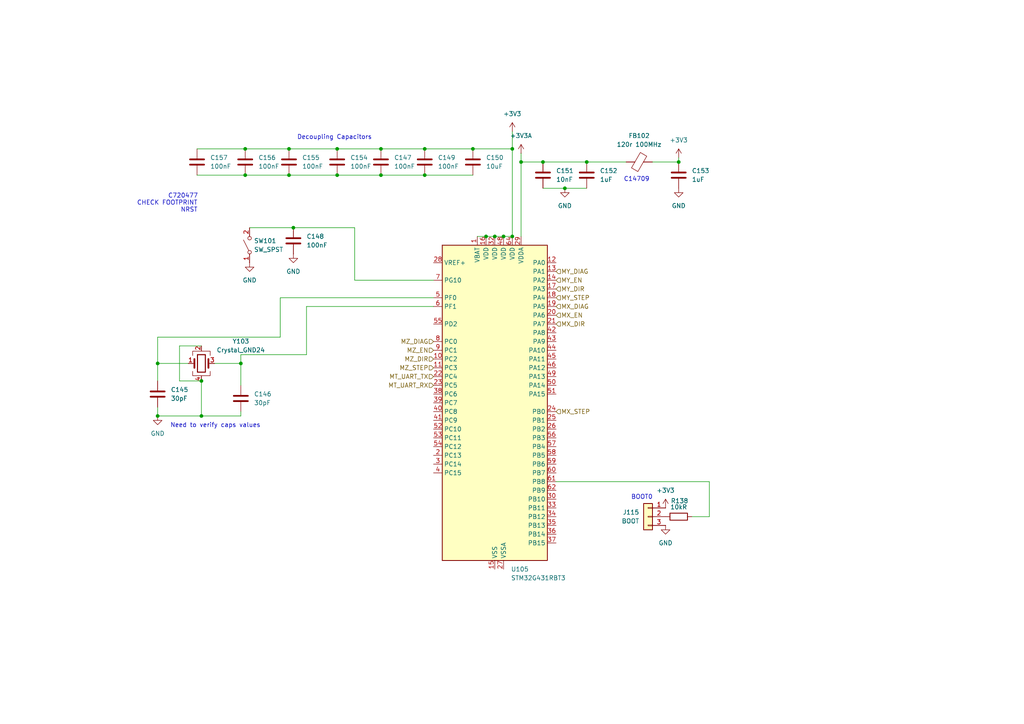
<source format=kicad_sch>
(kicad_sch (version 20250114) (generator "eeschema") (generator_version "9.0")
  (paper "A4")
  (lib_symbols
    (symbol "Connector_Generic:Conn_01x03" (pin_names (offset 1.016) (hide yes))
      (property "Reference" "J" (at 0 5.08 0))
      (property "Value" "Conn_01x03" (at 0 -5.08 0))
      (symbol "Conn_01x03_1_1"
        (rectangle (start -1.27 3.81) (end 1.27 -3.81) (stroke (width 0.254)) (fill (type background)))
        (rectangle (start -1.27 2.667) (end 0 2.413) (stroke (width 0.1524)))
        (rectangle (start -1.27 0.127) (end 0 -0.127) (stroke (width 0.1524)))
        (rectangle (start -1.27 -2.413) (end 0 -2.667) (stroke (width 0.1524)))
        (pin passive line (at -5.08 2.54 0) (length 3.81) (name "Pin_1") (number "1"))
        (pin passive line (at -5.08 0 0) (length 3.81) (name "Pin_2") (number "2"))
        (pin passive line (at -5.08 -2.54 0) (length 3.81) (name "Pin_3") (number "3"))
      )
    )
    (symbol "Device:C" (pin_numbers (hide yes)) (pin_names (offset 0.254))
      (property "Reference" "C" (at 0.635 2.54 0))
      (property "Value" "C" (at 0.635 -2.54 0))
      (symbol "C_0_1"
        (polyline (pts (xy -2.032 0.762) (xy 2.032 0.762)) (stroke (width 0.508)))
        (polyline (pts (xy -2.032 -0.762) (xy 2.032 -0.762)) (stroke (width 0.508)))
      )
      (symbol "C_1_1"
        (pin passive line (at 0 3.81 270) (length 2.794) (name "~") (number "1"))
        (pin passive line (at 0 -3.81 90) (length 2.794) (name "~") (number "2"))
      )
    )
    (symbol "Device:Crystal_GND24" (pin_names (offset 1.016) (hide yes))
      (property "Reference" "Y" (at 3.175 5.08 0))
      (property "Value" "Crystal_GND24" (at 3.175 3.175 0))
      (symbol "Crystal_GND24_0_1"
        (polyline (pts (xy -2.54 2.286) (xy -2.54 3.556) (xy 2.54 3.556) (xy 2.54 2.286)))
        (polyline (pts (xy -2.54 0) (xy -2.032 0)))
        (polyline (pts (xy -2.54 -2.286) (xy -2.54 -3.556) (xy 2.54 -3.556) (xy 2.54 -2.286)))
        (polyline (pts (xy -2.032 -1.27) (xy -2.032 1.27)) (stroke (width 0.508)))
        (rectangle (start -1.143 2.54) (end 1.143 -2.54) (stroke (width 0.3048)))
        (polyline (pts (xy 0 3.556) (xy 0 3.81)))
        (polyline (pts (xy 0 -3.81) (xy 0 -3.556)))
        (polyline (pts (xy 2.032 0) (xy 2.54 0)))
        (polyline (pts (xy 2.032 -1.27) (xy 2.032 1.27)) (stroke (width 0.508)))
      )
      (symbol "Crystal_GND24_1_1"
        (pin passive line (at -3.81 0 0) (length 1.27) (name "1") (number "1"))
        (pin passive line (at 0 5.08 270) (length 1.27) (name "2") (number "2"))
        (pin passive line (at 0 -5.08 90) (length 1.27) (name "4") (number "4"))
        (pin passive line (at 3.81 0 180) (length 1.27) (name "3") (number "3"))
      )
    )
    (symbol "Device:FerriteBead" (pin_numbers (hide yes)) (pin_names (offset 0))
      (property "Reference" "FB" (at -3.81 0.635 90))
      (property "Value" "FerriteBead" (at 3.81 0 90))
      (symbol "FerriteBead_0_1"
        (polyline (pts (xy -2.7686 0.4064) (xy -1.7018 2.2606) (xy 2.7686 -0.3048) (xy 1.6764 -2.159) (xy -2.7686 0.4064)))
        (polyline (pts (xy 0 1.27) (xy 0 1.2954)))
        (polyline (pts (xy 0 -1.27) (xy 0 -1.2192)))
      )
      (symbol "FerriteBead_1_1"
        (pin passive line (at 0 3.81 270) (length 2.54) (name "~") (number "1"))
        (pin passive line (at 0 -3.81 90) (length 2.54) (name "~") (number "2"))
      )
    )
    (symbol "Device:R" (pin_numbers (hide yes)) (pin_names (offset 0))
      (property "Reference" "R" (at 2.032 0 90))
      (property "Value" "R" (at 0 0 90))
      (symbol "R_0_1"
        (rectangle (start -1.016 -2.54) (end 1.016 2.54) (stroke (width 0.254)))
      )
      (symbol "R_1_1"
        (pin passive line (at 0 3.81 270) (length 1.27) (name "~") (number "1"))
        (pin passive line (at 0 -3.81 90) (length 1.27) (name "~") (number "2"))
      )
    )
    (symbol "MCU_ST_STM32G4:STM32G431RBTx"
      (property "Reference" "U" (at -15.24 46.99 0))
      (property "Value" "STM32G431RBTx" (at 10.16 46.99 0))
      (symbol "STM32G431RBTx_0_1"
        (rectangle (start -15.24 -45.72) (end 15.24 45.72) (stroke (width 0.254)) (fill (type background)))
      )
      (symbol "STM32G431RBTx_1_1"
        (pin input line (at -17.78 40.64 0) (length 2.54) (name "VREF+") (number "28"))
        (pin bidirectional line (at -17.78 35.56 0) (length 2.54) (name "PG10") (number "7"))
        (pin bidirectional line (at -17.78 30.48 0) (length 2.54) (name "PF0") (number "5"))
        (pin bidirectional line (at -17.78 27.94 0) (length 2.54) (name "PF1") (number "6"))
        (pin bidirectional line (at -17.78 22.86 0) (length 2.54) (name "PD2") (number "55"))
        (pin bidirectional line (at -17.78 17.78 0) (length 2.54) (name "PC0") (number "8"))
        (pin bidirectional line (at -17.78 15.24 0) (length 2.54) (name "PC1") (number "9"))
        (pin bidirectional line (at -17.78 12.7 0) (length 2.54) (name "PC2") (number "10"))
        (pin bidirectional line (at -17.78 10.16 0) (length 2.54) (name "PC3") (number "11"))
        (pin bidirectional line (at -17.78 7.62 0) (length 2.54) (name "PC4") (number "22"))
        (pin bidirectional line (at -17.78 5.08 0) (length 2.54) (name "PC5") (number "23"))
        (pin bidirectional line (at -17.78 2.54 0) (length 2.54) (name "PC6") (number "38"))
        (pin bidirectional line (at -17.78 0 0) (length 2.54) (name "PC7") (number "39"))
        (pin bidirectional line (at -17.78 -2.54 0) (length 2.54) (name "PC8") (number "40"))
        (pin bidirectional line (at -17.78 -5.08 0) (length 2.54) (name "PC9") (number "41"))
        (pin bidirectional line (at -17.78 -7.62 0) (length 2.54) (name "PC10") (number "52"))
        (pin bidirectional line (at -17.78 -10.16 0) (length 2.54) (name "PC11") (number "53"))
        (pin bidirectional line (at -17.78 -12.7 0) (length 2.54) (name "PC12") (number "54"))
        (pin bidirectional line (at -17.78 -15.24 0) (length 2.54) (name "PC13") (number "2"))
        (pin bidirectional line (at -17.78 -17.78 0) (length 2.54) (name "PC14") (number "3"))
        (pin bidirectional line (at -17.78 -20.32 0) (length 2.54) (name "PC15") (number "4"))
        (pin power_in line (at -5.08 48.26 270) (length 2.54) (name "VBAT") (number "1"))
        (pin power_in line (at -2.54 48.26 270) (length 2.54) (name "VDD") (number "16"))
        (pin power_in line (at 0 48.26 270) (length 2.54) (name "VDD") (number "32"))
        (pin power_in line (at 0 -48.26 90) (length 2.54) (name "VSS") (number "15"))
        (pin passive line (at 0 -48.26 90) (length 2.54) (hide yes) (name "VSS") (number "31"))
        (pin passive line (at 0 -48.26 90) (length 2.54) (hide yes) (name "VSS") (number "47"))
        (pin passive line (at 0 -48.26 90) (length 2.54) (hide yes) (name "VSS") (number "63"))
        (pin power_in line (at 2.54 48.26 270) (length 2.54) (name "VDD") (number "48"))
        (pin power_in line (at 2.54 -48.26 90) (length 2.54) (name "VSSA") (number "27"))
        (pin power_in line (at 5.08 48.26 270) (length 2.54) (name "VDD") (number "64"))
        (pin power_in line (at 7.62 48.26 270) (length 2.54) (name "VDDA") (number "29"))
        (pin bidirectional line (at 17.78 40.64 180) (length 2.54) (name "PA0") (number "12"))
        (pin bidirectional line (at 17.78 38.1 180) (length 2.54) (name "PA1") (number "13"))
        (pin bidirectional line (at 17.78 35.56 180) (length 2.54) (name "PA2") (number "14"))
        (pin bidirectional line (at 17.78 33.02 180) (length 2.54) (name "PA3") (number "17"))
        (pin bidirectional line (at 17.78 30.48 180) (length 2.54) (name "PA4") (number "18"))
        (pin bidirectional line (at 17.78 27.94 180) (length 2.54) (name "PA5") (number "19"))
        (pin bidirectional line (at 17.78 25.4 180) (length 2.54) (name "PA6") (number "20"))
        (pin bidirectional line (at 17.78 22.86 180) (length 2.54) (name "PA7") (number "21"))
        (pin bidirectional line (at 17.78 20.32 180) (length 2.54) (name "PA8") (number "42"))
        (pin bidirectional line (at 17.78 17.78 180) (length 2.54) (name "PA9") (number "43"))
        (pin bidirectional line (at 17.78 15.24 180) (length 2.54) (name "PA10") (number "44"))
        (pin bidirectional line (at 17.78 12.7 180) (length 2.54) (name "PA11") (number "45"))
        (pin bidirectional line (at 17.78 10.16 180) (length 2.54) (name "PA12") (number "46"))
        (pin bidirectional line (at 17.78 7.62 180) (length 2.54) (name "PA13") (number "49"))
        (pin bidirectional line (at 17.78 5.08 180) (length 2.54) (name "PA14") (number "50"))
        (pin bidirectional line (at 17.78 2.54 180) (length 2.54) (name "PA15") (number "51"))
        (pin bidirectional line (at 17.78 -2.54 180) (length 2.54) (name "PB0") (number "24"))
        (pin bidirectional line (at 17.78 -5.08 180) (length 2.54) (name "PB1") (number "25"))
        (pin bidirectional line (at 17.78 -7.62 180) (length 2.54) (name "PB2") (number "26"))
        (pin bidirectional line (at 17.78 -10.16 180) (length 2.54) (name "PB3") (number "56"))
        (pin bidirectional line (at 17.78 -12.7 180) (length 2.54) (name "PB4") (number "57"))
        (pin bidirectional line (at 17.78 -15.24 180) (length 2.54) (name "PB5") (number "58"))
        (pin bidirectional line (at 17.78 -17.78 180) (length 2.54) (name "PB6") (number "59"))
        (pin bidirectional line (at 17.78 -20.32 180) (length 2.54) (name "PB7") (number "60"))
        (pin bidirectional line (at 17.78 -22.86 180) (length 2.54) (name "PB8") (number "61"))
        (pin bidirectional line (at 17.78 -25.4 180) (length 2.54) (name "PB9") (number "62"))
        (pin bidirectional line (at 17.78 -27.94 180) (length 2.54) (name "PB10") (number "30"))
        (pin bidirectional line (at 17.78 -30.48 180) (length 2.54) (name "PB11") (number "33"))
        (pin bidirectional line (at 17.78 -33.02 180) (length 2.54) (name "PB12") (number "34"))
        (pin bidirectional line (at 17.78 -35.56 180) (length 2.54) (name "PB13") (number "35"))
        (pin bidirectional line (at 17.78 -38.1 180) (length 2.54) (name "PB14") (number "36"))
        (pin bidirectional line (at 17.78 -40.64 180) (length 2.54) (name "PB15") (number "37"))
      )
    )
    (symbol "Switch:SW_SPST" (pin_names (offset 0) (hide yes))
      (property "Reference" "SW" (at 0 3.175 0))
      (property "Value" "SW_SPST" (at 0 -2.54 0))
      (symbol "SW_SPST_0_0"
        (circle (center -2.032 0) (radius 0.508))
        (polyline (pts (xy -1.524 0.254) (xy 1.524 1.778)))
        (circle (center 2.032 0) (radius 0.508))
      )
      (symbol "SW_SPST_1_1"
        (pin passive line (at -5.08 0 0) (length 2.54) (name "A") (number "1"))
        (pin passive line (at 5.08 0 180) (length 2.54) (name "B") (number "2"))
      )
    )
    (symbol "power:+3V3" (power) (pin_numbers (hide yes)) (pin_names (offset 0) (hide yes))
      (property "Value" "+3V3" (at 0 3.556 0))
      (symbol "+3V3_0_1"
        (polyline (pts (xy -0.762 1.27) (xy 0 2.54)))
        (polyline (pts (xy 0 2.54) (xy 0.762 1.27)))
        (polyline (pts (xy 0 0) (xy 0 2.54)))
      )
      (symbol "+3V3_1_1"
        (pin power_in line (at 0 0 90) (length 0) (name "~") (number "1"))
      )
    )
    (symbol "power:GND" (power) (pin_numbers (hide yes)) (pin_names (offset 0) (hide yes))
      (property "Value" "GND" (at 0 -3.81 0))
      (symbol "GND_0_1"
        (polyline (pts (xy 0 0) (xy 0 -1.27) (xy 1.27 -1.27) (xy 0 -2.54) (xy -1.27 -1.27) (xy 0 -1.27)))
      )
      (symbol "GND_1_1"
        (pin power_in line (at 0 0 270) (length 0) (name "~") (number "1"))
      )
    )
  )
  (text "NRST" (at 54.864 60.96 0) (effects (font (size 1.27 1.27))))
  (text "BOOT0" (at 186.182 144.272 0) (effects (font (size 1.27 1.27))))
  (text "CHECK FOOTPRINT" (at 48.514 58.928 0) (effects (font (size 1.27 1.27))))
  (text "C720477" (at 53.086 56.896 0) (effects (font (size 1.27 1.27))))
  (text "Decoupling Capacitors" (at 97.028 39.878 0) (effects (font (size 1.27 1.27))))
  (text "Need to verify caps values\n" (at 62.484 123.444 0) (effects (font (size 1.27 1.27))))
  (text "C14709" (at 184.658 52.07 0) (effects (font (size 1.27 1.27))))
  (junction (at 58.42 110.49))
  (junction (at 83.82 50.8))
  (junction (at 163.83 54.61))
  (junction (at 137.16 43.18))
  (junction (at 196.85 46.99))
  (junction (at 157.48 46.99))
  (junction (at 83.82 43.18))
  (junction (at 110.49 43.18))
  (junction (at 85.09 66.04))
  (junction (at 151.13 46.99))
  (junction (at 97.79 50.8))
  (junction (at 123.19 43.18))
  (junction (at 140.97 68.58))
  (junction (at 58.42 120.65))
  (junction (at 45.72 105.41))
  (junction (at 143.51 68.58))
  (junction (at 45.72 120.65))
  (junction (at 110.49 50.8))
  (junction (at 71.12 50.8))
  (junction (at 71.12 43.18))
  (junction (at 148.59 68.58))
  (junction (at 170.18 46.99))
  (junction (at 148.59 43.18))
  (junction (at 69.85 105.41))
  (junction (at 146.05 68.58))
  (junction (at 97.79 43.18))
  (junction (at 123.19 50.8))
  (wire (pts (xy 58.42 110.49) (xy 58.42 120.65)))
  (wire (pts (xy 81.28 97.79) (xy 81.28 86.36)))
  (wire (pts (xy 151.13 46.99) (xy 151.13 68.58)))
  (wire (pts (xy 205.74 139.7) (xy 205.74 149.86)))
  (wire (pts (xy 102.87 66.04) (xy 102.87 81.28)))
  (wire (pts (xy 163.83 54.61) (xy 170.18 54.61)))
  (wire (pts (xy 45.72 120.65) (xy 58.42 120.65)))
  (wire (pts (xy 81.28 86.36) (xy 125.73 86.36)))
  (wire (pts (xy 170.18 46.99) (xy 181.61 46.99)))
  (wire (pts (xy 81.28 97.79) (xy 45.72 97.79)))
  (wire (pts (xy 72.39 66.04) (xy 85.09 66.04)))
  (wire (pts (xy 110.49 43.18) (xy 123.19 43.18)))
  (wire (pts (xy 189.23 46.99) (xy 196.85 46.99)))
  (wire (pts (xy 102.87 81.28) (xy 125.73 81.28)))
  (wire (pts (xy 88.9 102.87) (xy 88.9 88.9)))
  (wire (pts (xy 151.13 44.45) (xy 151.13 46.99)))
  (wire (pts (xy 71.12 50.8) (xy 83.82 50.8)))
  (wire (pts (xy 69.85 102.87) (xy 88.9 102.87)))
  (wire (pts (xy 138.43 68.58) (xy 140.97 68.58)))
  (wire (pts (xy 58.42 120.65) (xy 69.85 120.65)))
  (wire (pts (xy 157.48 46.99) (xy 170.18 46.99)))
  (wire (pts (xy 97.79 43.18) (xy 110.49 43.18)))
  (wire (pts (xy 83.82 43.18) (xy 97.79 43.18)))
  (wire (pts (xy 110.49 50.8) (xy 123.19 50.8)))
  (wire (pts (xy 45.72 97.79) (xy 45.72 105.41)))
  (wire (pts (xy 148.59 43.18) (xy 148.59 68.58)))
  (wire (pts (xy 157.48 54.61) (xy 163.83 54.61)))
  (wire (pts (xy 137.16 43.18) (xy 148.59 43.18)))
  (wire (pts (xy 146.05 68.58) (xy 148.59 68.58)))
  (wire (pts (xy 71.12 43.18) (xy 83.82 43.18)))
  (wire (pts (xy 69.85 120.65) (xy 69.85 119.38)))
  (wire (pts (xy 148.59 38.1) (xy 148.59 43.18)))
  (wire (pts (xy 52.07 100.33) (xy 52.07 110.49)))
  (wire (pts (xy 85.09 66.04) (xy 102.87 66.04)))
  (wire (pts (xy 143.51 68.58) (xy 146.05 68.58)))
  (wire (pts (xy 83.82 50.8) (xy 97.79 50.8)))
  (wire (pts (xy 161.29 139.7) (xy 205.74 139.7)))
  (wire (pts (xy 52.07 110.49) (xy 58.42 110.49)))
  (wire (pts (xy 62.23 105.41) (xy 69.85 105.41)))
  (wire (pts (xy 97.79 50.8) (xy 110.49 50.8)))
  (wire (pts (xy 45.72 118.11) (xy 45.72 120.65)))
  (wire (pts (xy 151.13 46.99) (xy 157.48 46.99)))
  (wire (pts (xy 57.15 50.8) (xy 71.12 50.8)))
  (wire (pts (xy 123.19 43.18) (xy 137.16 43.18)))
  (wire (pts (xy 88.9 88.9) (xy 125.73 88.9)))
  (wire (pts (xy 205.74 149.86) (xy 200.66 149.86)))
  (wire (pts (xy 45.72 110.49) (xy 45.72 105.41)))
  (wire (pts (xy 57.15 43.18) (xy 71.12 43.18)))
  (wire (pts (xy 69.85 102.87) (xy 69.85 105.41)))
  (wire (pts (xy 196.85 45.72) (xy 196.85 46.99)))
  (wire (pts (xy 123.19 50.8) (xy 137.16 50.8)))
  (wire (pts (xy 69.85 111.76) (xy 69.85 105.41)))
  (wire (pts (xy 140.97 68.58) (xy 143.51 68.58)))
  (wire (pts (xy 58.42 100.33) (xy 52.07 100.33)))
  (wire (pts (xy 45.72 105.41) (xy 54.61 105.41)))
  (hierarchical_label "MY_EN" (shape input) (at 161.29 81.28 0))
  (hierarchical_label "MX_STEP" (shape input) (at 161.29 119.38 0))
  (hierarchical_label "MZ_STEP" (shape input) (at 125.73 106.68 180))
  (hierarchical_label "MX_EN" (shape input) (at 161.29 91.44 0))
  (hierarchical_label "MT_UART_RX" (shape input) (at 125.73 111.76 180))
  (hierarchical_label "MX_DIR" (shape input) (at 161.29 93.98 0))
  (hierarchical_label "MY_STEP" (shape input) (at 161.29 86.36 0))
  (hierarchical_label "MZ_DIAG" (shape input) (at 125.73 99.06 180))
  (hierarchical_label "MY_DIAG" (shape input) (at 161.29 78.74 0))
  (hierarchical_label "MZ_DIR" (shape input) (at 125.73 104.14 180))
  (hierarchical_label "MT_UART_TX" (shape input) (at 125.73 109.22 180))
  (hierarchical_label "MX_DIAG" (shape input) (at 161.29 88.9 0))
  (hierarchical_label "MZ_EN" (shape input) (at 125.73 101.6 180))
  (hierarchical_label "MY_DIR" (shape input) (at 161.29 83.82 0))
  (symbol (lib_id "Device:C") (at 137.16 46.99 0) (unit 1)
    (property "Reference" "C150" (at 140.97 45.7199 0) (effects (justify left)))
    (property "Value" "10uF" (at 140.97 48.2599 0) (effects (justify left)))
    (property "Footprint" "Capacitor_SMD:C_0603_1608Metric" (effects (hide yes)))
    (property "Description" "Unpolarized capacitor" (effects (hide yes)))
  )
  (symbol (lib_id "Device:C") (at 196.85 50.8 0) (unit 1)
    (property "Reference" "C153" (at 200.66 49.5299 0) (effects (justify left)))
    (property "Value" "1uF" (at 200.66 52.0699 0) (effects (justify left)))
    (property "Footprint" "Capacitor_SMD:C_0201_0603Metric" (effects (hide yes)))
    (property "Description" "Unpolarized capacitor" (effects (hide yes)))
  )
  (symbol (lib_id "power:+3V3") (at 196.85 45.72 0) (unit 1)
    (property "Reference" "#PWR0200" (effects (hide yes)))
    (property "Value" "+3V3" (at 196.85 40.64 0))
    (property "Description" "Power symbol creates a global label with name \"+3V3\"" (effects (hide yes)))
  )
  (symbol (lib_id "Device:C") (at 45.72 114.3 0) (unit 1)
    (property "Reference" "C145" (at 49.53 113.0299 0) (effects (justify left)))
    (property "Value" "30pF" (at 49.53 115.5699 0) (effects (justify left)))
    (property "Footprint" "Capacitor_SMD:C_0402_1005Metric" (effects (hide yes)))
    (property "Description" "Unpolarized capacitor" (effects (hide yes)))
  )
  (symbol (lib_id "power:GND") (at 85.09 73.66 0) (unit 1)
    (property "Reference" "#PWR0193" (effects (hide yes)))
    (property "Value" "GND" (at 85.09 78.74 0))
    (property "Description" "Power symbol creates a global label with name \"GND\" , ground" (effects (hide yes)))
  )
  (symbol (lib_id "Switch:SW_SPST") (at 72.39 71.12 90) (unit 1)
    (property "Reference" "SW101" (at 73.66 69.8499 90) (effects (justify right)))
    (property "Value" "SW_SPST" (at 73.66 72.3899 90) (effects (justify right)))
    (property "Footprint" "A1KLibrary:A Stupid Button" (effects (hide yes)))
    (property "Description" "Single Pole Single Throw (SPST) switch" (effects (hide yes)))
  )
  (symbol (lib_id "Device:C") (at 85.09 69.85 0) (unit 1)
    (property "Reference" "C148" (at 88.9 68.5799 0) (effects (justify left)))
    (property "Value" "100nF" (at 88.9 71.1199 0) (effects (justify left)))
    (property "Footprint" "Capacitor_SMD:C_0402_1005Metric" (effects (hide yes)))
    (property "Description" "Unpolarized capacitor" (effects (hide yes)))
  )
  (symbol (lib_id "Device:C") (at 57.15 46.99 0) (unit 1)
    (property "Reference" "C157" (at 60.96 45.7199 0) (effects (justify left)))
    (property "Value" "100nF" (at 60.96 48.2599 0) (effects (justify left)))
    (property "Footprint" "Capacitor_SMD:C_0402_1005Metric" (effects (hide yes)))
    (property "Description" "Unpolarized capacitor" (effects (hide yes)))
  )
  (symbol (lib_id "Device:C") (at 83.82 46.99 0) (unit 1)
    (property "Reference" "C155" (at 87.63 45.7199 0) (effects (justify left)))
    (property "Value" "100nF" (at 87.63 48.2599 0) (effects (justify left)))
    (property "Footprint" "Capacitor_SMD:C_0402_1005Metric" (effects (hide yes)))
    (property "Description" "Unpolarized capacitor" (effects (hide yes)))
  )
  (symbol (lib_id "Device:C") (at 110.49 46.99 0) (unit 1)
    (property "Reference" "C147" (at 114.3 45.7199 0) (effects (justify left)))
    (property "Value" "100nF" (at 114.3 48.2599 0) (effects (justify left)))
    (property "Footprint" "Capacitor_SMD:C_0402_1005Metric" (effects (hide yes)))
    (property "Description" "Unpolarized capacitor" (effects (hide yes)))
  )
  (symbol (lib_id "power:+3V3") (at 151.13 44.45 0) (unit 1)
    (property "Reference" "#PWR0198" (effects (hide yes)))
    (property "Value" "+3V3A" (at 151.13 39.37 0))
    (property "Description" "Power symbol creates a global label with name \"+3V3\"" (effects (hide yes)))
  )
  (symbol (lib_id "power:GND") (at 193.04 152.4 0) (unit 1)
    (property "Reference" "#PWR0195" (effects (hide yes)))
    (property "Value" "GND" (at 193.04 157.48 0))
    (property "Description" "Power symbol creates a global label with name \"GND\" , ground" (effects (hide yes)))
  )
  (symbol (lib_id "Device:C") (at 71.12 46.99 0) (unit 1)
    (property "Reference" "C156" (at 74.93 45.7199 0) (effects (justify left)))
    (property "Value" "100nF" (at 74.93 48.2599 0) (effects (justify left)))
    (property "Footprint" "Capacitor_SMD:C_0402_1005Metric" (effects (hide yes)))
    (property "Description" "Unpolarized capacitor" (effects (hide yes)))
  )
  (symbol (lib_id "Device:C") (at 157.48 50.8 0) (unit 1)
    (property "Reference" "C151" (at 161.29 49.53 0) (effects (justify left)))
    (property "Value" "10nF" (at 161.29 52.0699 0) (effects (justify left)))
    (property "Footprint" "Capacitor_SMD:C_0402_1005Metric" (effects (hide yes)))
    (property "Description" "Unpolarized capacitor" (effects (hide yes)))
  )
  (symbol (lib_id "power:+3V3") (at 193.04 147.32 0) (unit 1)
    (property "Reference" "#PWR0194" (effects (hide yes)))
    (property "Value" "+3V3" (at 193.04 142.24 0))
    (property "Description" "Power symbol creates a global label with name \"+3V3\"" (effects (hide yes)))
  )
  (symbol (lib_id "power:GND") (at 72.39 76.2 0) (unit 1)
    (property "Reference" "#PWR0196" (effects (hide yes)))
    (property "Value" "GND" (at 72.39 81.28 0))
    (property "Description" "Power symbol creates a global label with name \"GND\" , ground" (effects (hide yes)))
  )
  (symbol (lib_id "MCU_ST_STM32G4:STM32G431RBTx") (at 143.51 116.84 0) (unit 1)
    (property "Reference" "U105" (at 148.1933 165.1 0) (effects (justify left)))
    (property "Value" "STM32G431RBT3" (at 148.1933 167.64 0) (effects (justify left)))
    (property "Footprint" "Package_QFP:LQFP-64_10x10mm_P0.5mm" (effects (hide yes)))
    (property "Datasheet" "https://www.st.com/resource/en/datasheet/stm32g431rb.pdf" (effects (hide yes)))
    (property "Description" "STMicroelectronics Arm Cortex-M4 MCU, 128KB flash, 32KB RAM, 170 MHz, 1.71-3.6V, 52 GPIO, LQFP64" (effects (hide yes)))
  )
  (symbol (lib_id "Device:C") (at 123.19 46.99 0) (unit 1)
    (property "Reference" "C149" (at 127 45.7199 0) (effects (justify left)))
    (property "Value" "100nF" (at 127 48.2599 0) (effects (justify left)))
    (property "Footprint" "Capacitor_SMD:C_0402_1005Metric" (effects (hide yes)))
    (property "Description" "Unpolarized capacitor" (effects (hide yes)))
  )
  (symbol (lib_id "Device:R") (at 196.85 149.86 90) (unit 1)
    (property "Reference" "R138" (at 197.104 145.288 90))
    (property "Value" "10kR" (at 196.85 147.066 90))
    (property "Footprint" "Resistor_SMD:R_0402_1005Metric" (effects (hide yes)))
    (property "Description" "Resistor" (effects (hide yes)))
  )
  (symbol (lib_id "power:GND") (at 45.72 120.65 0) (unit 1)
    (property "Reference" "#PWR0192" (effects (hide yes)))
    (property "Value" "GND" (at 45.72 125.73 0))
    (property "Description" "Power symbol creates a global label with name \"GND\" , ground" (effects (hide yes)))
  )
  (symbol (lib_id "power:GND") (at 196.85 54.61 0) (unit 1)
    (property "Reference" "#PWR0201" (effects (hide yes)))
    (property "Value" "GND" (at 196.85 59.69 0))
    (property "Description" "Power symbol creates a global label with name \"GND\" , ground" (effects (hide yes)))
  )
  (symbol (lib_id "Device:FerriteBead") (at 185.42 46.99 90) (unit 1)
    (property "Reference" "FB102" (at 185.3692 39.37 90))
    (property "Value" "120r 100MHz" (at 185.3692 41.91 90))
    (property "Footprint" "Capacitor_SMD:C_0603_1608Metric" (effects (hide yes)))
    (property "Description" "Ferrite bead" (effects (hide yes)))
  )
  (symbol (lib_id "Device:C") (at 97.79 46.99 0) (unit 1)
    (property "Reference" "C154" (at 101.6 45.7199 0) (effects (justify left)))
    (property "Value" "100nF" (at 101.6 48.2599 0) (effects (justify left)))
    (property "Footprint" "Capacitor_SMD:C_0402_1005Metric" (effects (hide yes)))
    (property "Description" "Unpolarized capacitor" (effects (hide yes)))
  )
  (symbol (lib_id "Device:Crystal_GND24") (at 58.42 105.41 0) (unit 1)
    (property "Reference" "Y103" (at 69.85 98.9898 0))
    (property "Value" "Crystal_GND24" (at 69.85 101.5298 0))
    (property "Footprint" "Crystal:Crystal_SMD_3225-4Pin_3.2x2.5mm" (effects (hide yes)))
    (property "Description" "Four pin crystal, GND on pins 2 and 4" (effects (hide yes)))
  )
  (symbol (lib_id "power:+3V3") (at 148.59 38.1 0) (unit 1)
    (property "Reference" "#PWR0197" (effects (hide yes)))
    (property "Value" "+3V3" (at 148.59 33.02 0))
    (property "Description" "Power symbol creates a global label with name \"+3V3\"" (effects (hide yes)))
  )
  (symbol (lib_id "Connector_Generic:Conn_01x03") (at 187.96 149.86 0) (mirror y) (unit 1)
    (property "Reference" "J115" (at 185.42 148.5899 0) (effects (justify left)))
    (property "Value" "BOOT" (at 185.42 151.1299 0) (effects (justify left)))
    (property "Footprint" "Connector_PinHeader_2.54mm:PinHeader_1x03_P2.54mm_Vertical" (effects (hide yes)))
    (property "Description" "Generic connector, single row, 01x03, script generated (kicad-library-utils/schlib/autogen/connector/)" (effects (hide yes)))
  )
  (symbol (lib_id "power:GND") (at 163.83 54.61 0) (unit 1)
    (property "Reference" "#PWR0199" (effects (hide yes)))
    (property "Value" "GND" (at 163.83 59.69 0))
    (property "Description" "Power symbol creates a global label with name \"GND\" , ground" (effects (hide yes)))
  )
  (symbol (lib_id "Device:C") (at 69.85 115.57 0) (unit 1)
    (property "Reference" "C146" (at 73.66 114.2999 0) (effects (justify left)))
    (property "Value" "30pF" (at 73.66 116.8399 0) (effects (justify left)))
    (property "Footprint" "Capacitor_SMD:C_0402_1005Metric" (effects (hide yes)))
    (property "Description" "Unpolarized capacitor" (effects (hide yes)))
  )
  (symbol (lib_id "Device:C") (at 170.18 50.8 0) (unit 1)
    (property "Reference" "C152" (at 173.99 49.5299 0) (effects (justify left)))
    (property "Value" "1uF" (at 173.99 52.0699 0) (effects (justify left)))
    (property "Footprint" "Capacitor_SMD:C_0201_0603Metric" (effects (hide yes)))
    (property "Description" "Unpolarized capacitor" (effects (hide yes)))
  )
)
</source>
